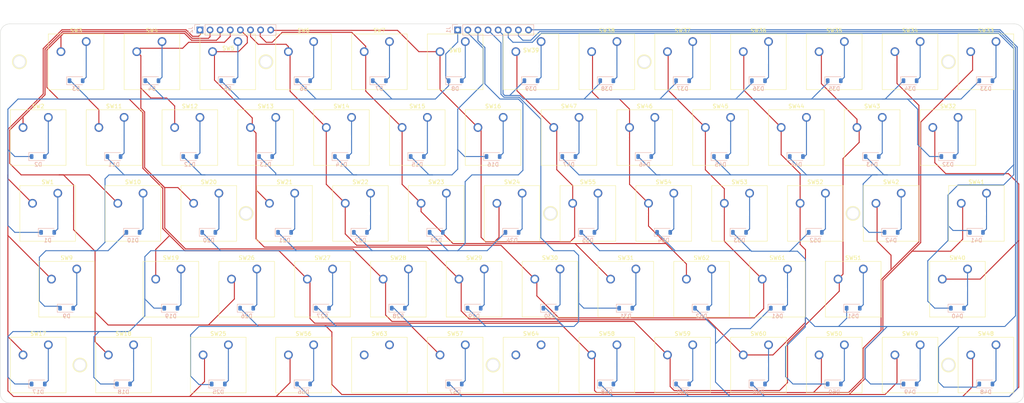
<source format=kicad_pcb>
(kicad_pcb (version 20221018) (generator pcbnew)

  (general
    (thickness 1.6)
  )

  (paper "A3")
  (layers
    (0 "F.Cu" signal)
    (31 "B.Cu" signal)
    (32 "B.Adhes" user "B.Adhesive")
    (33 "F.Adhes" user "F.Adhesive")
    (34 "B.Paste" user)
    (35 "F.Paste" user)
    (36 "B.SilkS" user "B.Silkscreen")
    (37 "F.SilkS" user "F.Silkscreen")
    (38 "B.Mask" user)
    (39 "F.Mask" user)
    (40 "Dwgs.User" user "User.Drawings")
    (41 "Cmts.User" user "User.Comments")
    (42 "Eco1.User" user "User.Eco1")
    (43 "Eco2.User" user "User.Eco2")
    (44 "Edge.Cuts" user)
    (45 "Margin" user)
    (46 "B.CrtYd" user "B.Courtyard")
    (47 "F.CrtYd" user "F.Courtyard")
    (48 "B.Fab" user)
    (49 "F.Fab" user)
    (50 "User.1" user)
    (51 "User.2" user)
    (52 "User.3" user)
    (53 "User.4" user)
    (54 "User.5" user)
    (55 "User.6" user)
    (56 "User.7" user)
    (57 "User.8" user)
    (58 "User.9" user)
  )

  (setup
    (pad_to_mask_clearance 0)
    (aux_axis_origin 83.185 188.11875)
    (grid_origin 83.185 188.11875)
    (pcbplotparams
      (layerselection 0x00010fc_ffffffff)
      (plot_on_all_layers_selection 0x0000000_00000000)
      (disableapertmacros false)
      (usegerberextensions false)
      (usegerberattributes true)
      (usegerberadvancedattributes true)
      (creategerberjobfile true)
      (dashed_line_dash_ratio 12.000000)
      (dashed_line_gap_ratio 3.000000)
      (svgprecision 4)
      (plotframeref false)
      (viasonmask false)
      (mode 1)
      (useauxorigin false)
      (hpglpennumber 1)
      (hpglpenspeed 20)
      (hpglpendiameter 15.000000)
      (dxfpolygonmode true)
      (dxfimperialunits true)
      (dxfusepcbnewfont true)
      (psnegative false)
      (psa4output false)
      (plotreference true)
      (plotvalue true)
      (plotinvisibletext false)
      (sketchpadsonfab false)
      (subtractmaskfromsilk false)
      (outputformat 1)
      (mirror false)
      (drillshape 1)
      (scaleselection 1)
      (outputdirectory "")
    )
  )

  (net 0 "")
  (net 1 "Net-(D1-K)")
  (net 2 "Net-(D1-A)")
  (net 3 "Net-(D10-A)")
  (net 4 "Net-(D10-K)")
  (net 5 "Net-(D17-K)")
  (net 6 "Net-(D17-A)")
  (net 7 "Net-(D25-K)")
  (net 8 "Net-(D25-A)")
  (net 9 "Net-(D32-K)")
  (net 10 "Net-(D33-A)")
  (net 11 "Net-(D40-K)")
  (net 12 "Net-(D41-A)")
  (net 13 "Net-(D48-K)")
  (net 14 "Net-(D49-A)")
  (net 15 "Net-(D56-K)")
  (net 16 "Net-(D56-A)")
  (net 17 "Net-(J2-Pin_1)")
  (net 18 "Net-(J2-Pin_2)")
  (net 19 "Net-(J2-Pin_3)")
  (net 20 "Net-(J2-Pin_4)")
  (net 21 "Net-(J2-Pin_5)")
  (net 22 "Net-(J2-Pin_6)")
  (net 23 "Net-(J2-Pin_7)")
  (net 24 "Net-(J2-Pin_8)")
  (net 25 "unconnected-(SW63-Pad1)")
  (net 26 "unconnected-(SW63-Pad2)")
  (net 27 "unconnected-(SW64-Pad1)")
  (net 28 "unconnected-(SW64-Pad2)")
  (net 29 "Net-(D2-A)")
  (net 30 "Net-(D3-A)")
  (net 31 "Net-(D4-A)")
  (net 32 "Net-(D5-A)")
  (net 33 "Net-(D6-A)")
  (net 34 "Net-(D7-A)")
  (net 35 "Net-(D8-A)")
  (net 36 "Net-(D9-A)")
  (net 37 "Net-(D11-A)")
  (net 38 "Net-(D12-A)")
  (net 39 "Net-(D13-A)")
  (net 40 "Net-(D14-A)")
  (net 41 "Net-(D15-A)")
  (net 42 "Net-(D16-A)")
  (net 43 "Net-(D18-A)")
  (net 44 "Net-(D19-A)")
  (net 45 "Net-(D20-A)")
  (net 46 "Net-(D21-A)")
  (net 47 "Net-(D22-A)")
  (net 48 "Net-(D23-A)")
  (net 49 "Net-(D24-A)")
  (net 50 "Net-(D26-A)")
  (net 51 "Net-(D27-A)")
  (net 52 "Net-(D28-A)")
  (net 53 "Net-(D29-A)")
  (net 54 "Net-(D30-A)")
  (net 55 "Net-(D31-A)")
  (net 56 "Net-(D32-A)")
  (net 57 "Net-(D34-A)")
  (net 58 "Net-(D35-A)")
  (net 59 "Net-(D36-A)")
  (net 60 "Net-(D37-A)")
  (net 61 "Net-(D38-A)")
  (net 62 "Net-(D39-A)")
  (net 63 "Net-(D40-A)")
  (net 64 "Net-(D42-A)")
  (net 65 "Net-(D43-A)")
  (net 66 "Net-(D44-A)")
  (net 67 "Net-(D45-A)")
  (net 68 "Net-(D46-A)")
  (net 69 "Net-(D47-A)")
  (net 70 "Net-(D48-A)")
  (net 71 "Net-(D50-A)")
  (net 72 "Net-(D51-A)")
  (net 73 "Net-(D52-A)")
  (net 74 "Net-(D53-A)")
  (net 75 "Net-(D54-A)")
  (net 76 "Net-(D55-A)")
  (net 77 "Net-(D57-A)")
  (net 78 "Net-(D58-A)")
  (net 79 "Net-(D59-A)")
  (net 80 "Net-(D60-A)")
  (net 81 "Net-(D61-A)")
  (net 82 "Net-(D62-A)")

  (footprint "Button_Switch_Keyboard:SW_Cherry_MX_1.00u_PCB" (layer "F.Cu") (at 285.75 116.36375))

  (footprint "Button_Switch_Keyboard:SW_Cherry_MX_1.00u_PCB" (layer "F.Cu") (at 261.9375 154.46375))

  (footprint "Button_Switch_Keyboard:SW_Cherry_MX_1.00u_PCB" (layer "F.Cu") (at 114.3 116.36375))

  (footprint "Button_Switch_Keyboard:SW_Cherry_MX_1.00u_PCB" (layer "F.Cu") (at 252.4125 135.41375))

  (footprint "Button_Switch_Keyboard:SW_Cherry_MX_1.25u_PCB" (layer "F.Cu") (at 140.49375 173.51375))

  (footprint "Button_Switch_Keyboard:SW_Cherry_MX_1.00u_PCB" (layer "F.Cu") (at 276.225 173.51375))

  (footprint "Button_Switch_Keyboard:SW_Cherry_MX_1.00u_PCB" (layer "F.Cu") (at 257.175 97.31375))

  (footprint "Button_Switch_Keyboard:SW_Cherry_MX_1.00u_PCB" (layer "F.Cu") (at 214.3125 135.41375))

  (footprint "Button_Switch_Keyboard:SW_Cherry_MX_1.00u_PCB" (layer "F.Cu") (at 180.975 97.31375))

  (footprint "Button_Switch_Keyboard:SW_Cherry_MX_1.00u_PCB" (layer "F.Cu") (at 200.025 173.51375))

  (footprint "Button_Switch_Keyboard:SW_Cherry_MX_1.00u_PCB" (layer "F.Cu") (at 200.025 97.31375))

  (footprint "Button_Switch_Keyboard:SW_Cherry_MX_1.00u_PCB" (layer "F.Cu") (at 233.3625 135.41375))

  (footprint "Button_Switch_Keyboard:SW_Cherry_MX_1.00u_PCB" (layer "F.Cu") (at 304.8 116.36375))

  (footprint "Button_Switch_Keyboard:SW_Cherry_MX_1.00u_PCB" (layer "F.Cu") (at 95.25 116.36375))

  (footprint "Button_Switch_Keyboard:SW_Cherry_MX_1.00u_PCB" (layer "F.Cu") (at 295.275 97.31375))

  (footprint "Button_Switch_Keyboard:SW_Cherry_MX_1.00u_PCB" (layer "F.Cu") (at 147.6375 154.46375))

  (footprint "Button_Switch_Keyboard:SW_Cherry_MX_1.00u_PCB" (layer "F.Cu") (at 152.4 116.36375))

  (footprint "Button_Switch_Keyboard:SW_Cherry_MX_1.00u_PCB" (layer "F.Cu") (at 290.5125 135.41375))

  (footprint "Button_Switch_Keyboard:SW_Cherry_MX_1.00u_PCB" (layer "F.Cu") (at 119.0625 135.41375))

  (footprint "Button_Switch_Keyboard:SW_Cherry_MX_1.00u_PCB" (layer "F.Cu") (at 142.875 97.31375))

  (footprint "Button_Switch_Keyboard:SW_Cherry_MX_1.00u_PCB" (layer "F.Cu") (at 276.225 97.31375))

  (footprint "Button_Switch_Keyboard:SW_Cherry_MX_1.00u_PCB" (layer "F.Cu") (at 323.85 116.36375))

  (footprint "Button_Switch_Keyboard:SW_Cherry_MX_1.00u_PCB" (layer "F.Cu") (at 309.5625 135.41375))

  (footprint "Button_Switch_Keyboard:SW_Cherry_MX_1.00u_PCB" (layer "F.Cu") (at 185.7375 154.46375))

  (footprint "Button_Switch_Keyboard:SW_Cherry_MX_1.25u_PCB" (layer "F.Cu") (at 97.63125 135.41375))

  (footprint "Button_Switch_Keyboard:SW_Cherry_MX_1.00u_PCB" (layer "F.Cu") (at 219.075 173.51375))

  (footprint "Button_Switch_Keyboard:SW_Cherry_MX_1.00u_PCB" (layer "F.Cu") (at 280.9875 154.46375))

  (footprint "Button_Switch_Keyboard:SW_Cherry_MX_1.00u_PCB" (layer "F.Cu") (at 204.7875 154.46375))

  (footprint "Button_Switch_Keyboard:SW_Cherry_MX_1.00u_PCB" (layer "F.Cu") (at 300.0375 154.46375))

  (footprint "Button_Switch_Keyboard:SW_Cherry_MX_1.00u_PCB" (layer "F.Cu") (at 247.65 116.36375))

  (footprint "Button_Switch_Keyboard:SW_Cherry_MX_1.00u_PCB" (layer "F.Cu") (at 257.175 173.51375))

  (footprint "Button_Switch_Keyboard:SW_Cherry_MX_1.00u_PCB" (layer "F.Cu") (at 133.35 116.36375))

  (footprint "Button_Switch_Keyboard:SW_Cherry_MX_1.00u_PCB" (layer "F.Cu") (at 161.925 173.51375))

  (footprint "Button_Switch_Keyboard:SW_Cherry_MX_1.00u_PCB" (layer "F.Cu") (at 209.55 116.36375))

  (footprint "Button_Switch_Keyboard:SW_Cherry_MX_1.00u_PCB" (layer "F.Cu") (at 95.25 173.51375))

  (footprint "Button_Switch_Keyboard:SW_Cherry_MX_1.25u_PCB" (layer "F.Cu") (at 330.99375 135.41375))

  (footprint "Button_Switch_Keyboard:SW_Cherry_MX_1.00u_PCB" (layer "F.Cu") (at 128.5875 154.46375))

  (footprint "Button_Switch_Keyboard:SW_Cherry_MX_1.00u_PCB" (layer "F.Cu") (at 333.375 173.51375))

  (footprint "Button_Switch_Keyboard:SW_Cherry_MX_1.00u_PCB" (layer "F.Cu") (at 238.125 97.31375))

  (footprint "Button_Switch_Keyboard:SW_Cherry_MX_1.00u_PCB" (layer "F.Cu") (at 223.8375 154.46375))

  (footprint "Button_Switch_Keyboard:SW_Cherry_MX_1.00u_PCB" (layer "F.Cu") (at 219.075 97.31375))

  (footprint "Button_Switch_Keyboard:SW_Cherry_MX_1.00u_PCB" (layer "F.Cu")
    (tstamp a29d0987-fc1b-479e-89c1-4957eae3384f)
    (at 271.4625 135.41375)
    (descr "Cherry MX keyswitch, 1.00u, PCB mount, http://cherryamericas.com/wp-content/uploads/2014/12/mx_cat.pdf")
    (tags "Cherry MX keyswitch 1.00u PCB")
    (property "Sheetfile" "xantronix-z32.kicad_sch")
    (property "Sheetname" "")
    (property "ki_description" "Push button switch, generic, two pins")
    (property "ki_keywords" "switch normally-open pushbutton push-button")
    (path "/e818bc00-1e8f-44e3-b9f4-0bae43ab4fb8")
    (attr through_hole)
    (fp_text reference "SW53" (at -2.54 -2.794) (layer "F.SilkS")
        (effects (font (size 1 1) (thickness 0.15)))
      (tstamp cb3cf7f9-8c81-468e-8413-26def3be3526)
    )
    (fp_text value "SW_Push" (at -2.54 12.954) (layer "F.Fab")
        (effects (font (size 1 1) (thickness 0.15)))
      (tstamp 5182fbc3-0c7b-453c-aafd-532198d8e30e)
    )
    (fp_text user "${REFERENCE}" (at -2.54 -2.794) (layer "F.Fab")
        (effects (font (size 1 1) (thickness 0.15)))
      (tstamp 68a1dcc7-8161-4f6b-9b42-7c6638961b1c)
    )
    (fp_line (start -9.525 -1.905) (end 4.445 -1.905)
      (stroke (width 0.12) (type solid)) (layer "F.SilkS") (tstamp 08667e8a-8c72-429f-b2e6-5db12ca88ec3))
    (fp_line (start -9.525 12.065) (end -9.525 -1.905)
      (stroke (width 0.12) (type solid)) (layer "F.SilkS") (tstamp 0c747d89-b9cd-4ce8-9ab2-10088c866c2a))
    (fp_line (start 4.445 -1.905) (end 4.445 12.065)
      (stroke (width 0.12) (type solid)) (layer "F.SilkS") (tstamp f19d8e3e-1608-4cbf-9820-4000cc5e77a2))
    (fp_line (start 4.445 12.065) (end -9.525 12.065)
      (stroke (width 0.12) (type solid)) (layer "F.SilkS") (tstamp 4c4f0c93-87ab-4c00-841e-6a65574447aa))
    (fp_line (start -12.065 -4.445) (end 6.985 -4.445)
      (stroke (width 0.15) (type solid)) (layer "Dwgs.User") (tstamp e7e1ea46-d40c-432d-9e55-5a9b96b52741))
    (fp_line (start -12.065 14.605) (end -12.065 -4.445)
      (stroke (width 0.15) (type solid)) (layer "Dwgs.User") (tstamp 8db66b3b-fa37-4c8f-aaa0-111a725d8bc4))
    (fp_line (start 6.985 -4.445) (end 6.985 14.605)
      (stroke (width 0.15) (type solid)) (layer "Dwgs.User") (tstamp b1ad30f7-8a1d-476a-a2c5-5037a5d7450c))
    (fp_line (start 6.985 14.605) (end -12.065 14.605)
      (stroke (width 0.15) (type solid)) (layer "Dwgs.User") (tstamp 4924eca8-f13b-43e7-a3d0-2f8a8208b8df))
    (fp_line (start -9.14 -1.52) (end 4.06 -1.52)

... [486883 chars truncated]
</source>
